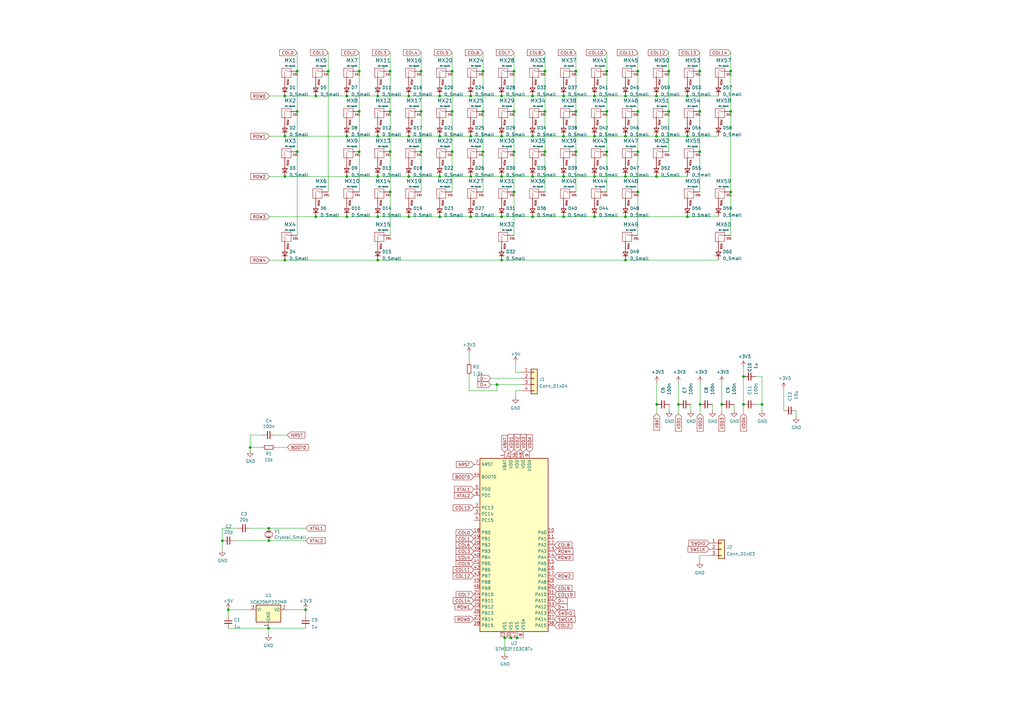
<source format=kicad_sch>
(kicad_sch (version 20211123) (generator eeschema)
  (paper "A3")
  (junction (at 231.14 88.9))
  (junction (at 154.94 39.37))
  (junction (at 210.82 45.72))
  (junction (at 193.04 39.37))
  (junction (at 212.09 261.62))
  (junction (at 243.84 88.9))
  (junction (at 142.24 55.88))
  (junction (at 243.84 72.39))
  (junction (at 218.44 72.39))
  (junction (at 281.94 39.37))
  (junction (at 172.72 29.21))
  (junction (at 134.62 29.21))
  (junction (at 248.92 45.72))
  (junction (at 116.84 55.88))
  (junction (at 193.04 72.39))
  (junction (at 167.64 72.39))
  (junction (at 243.84 39.37))
  (junction (at 287.02 62.23))
  (junction (at 223.52 62.23))
  (junction (at 147.32 29.21))
  (junction (at 299.72 45.72))
  (junction (at 102.616 183.515))
  (junction (at 147.32 45.72))
  (junction (at 236.22 62.23))
  (junction (at 160.02 78.74))
  (junction (at 167.64 88.9))
  (junction (at 243.84 55.88))
  (junction (at 205.74 55.88))
  (junction (at 261.62 29.21))
  (junction (at 185.42 62.23))
  (junction (at 248.92 62.23))
  (junction (at 203.835 157.734))
  (junction (at 223.52 45.72))
  (junction (at 287.02 45.72))
  (junction (at 142.24 72.39))
  (junction (at 269.24 72.39))
  (junction (at 218.44 39.37))
  (junction (at 269.24 55.88))
  (junction (at 167.64 55.88))
  (junction (at 180.34 55.88))
  (junction (at 116.84 39.37))
  (junction (at 110.236 216.662))
  (junction (at 125.349 250.063))
  (junction (at 256.54 106.68))
  (junction (at 269.24 39.37))
  (junction (at 193.04 55.88))
  (junction (at 198.12 62.23))
  (junction (at 287.147 165.862))
  (junction (at 154.94 55.88))
  (junction (at 210.82 78.74))
  (junction (at 296.037 165.862))
  (junction (at 304.927 154.432))
  (junction (at 160.02 62.23))
  (junction (at 261.62 62.23))
  (junction (at 185.42 29.21))
  (junction (at 129.54 39.37))
  (junction (at 110.109 257.683))
  (junction (at 231.14 39.37))
  (junction (at 93.599 250.063))
  (junction (at 261.62 78.74))
  (junction (at 209.55 261.62))
  (junction (at 299.72 29.21))
  (junction (at 160.02 29.21))
  (junction (at 256.54 39.37))
  (junction (at 304.927 165.862))
  (junction (at 160.02 45.72))
  (junction (at 205.74 39.37))
  (junction (at 256.54 88.9))
  (junction (at 231.14 72.39))
  (junction (at 142.24 88.9))
  (junction (at 154.94 72.39))
  (junction (at 261.62 45.72))
  (junction (at 256.54 55.88))
  (junction (at 142.24 39.37))
  (junction (at 236.22 29.21))
  (junction (at 185.42 45.72))
  (junction (at 129.54 88.9))
  (junction (at 116.84 106.68))
  (junction (at 205.74 88.9))
  (junction (at 218.44 55.88))
  (junction (at 91.186 221.742))
  (junction (at 121.92 62.23))
  (junction (at 256.54 72.39))
  (junction (at 278.257 165.862))
  (junction (at 269.367 165.862))
  (junction (at 154.94 88.9))
  (junction (at 218.44 88.9))
  (junction (at 116.84 72.39))
  (junction (at 205.74 106.68))
  (junction (at 147.32 62.23))
  (junction (at 180.34 39.37))
  (junction (at 312.547 165.862))
  (junction (at 121.92 45.72))
  (junction (at 205.74 72.39))
  (junction (at 281.94 55.88))
  (junction (at 180.34 88.9))
  (junction (at 231.14 55.88))
  (junction (at 121.92 29.21))
  (junction (at 193.04 88.9))
  (junction (at 110.236 221.742))
  (junction (at 207.01 261.62))
  (junction (at 299.72 78.74))
  (junction (at 281.94 88.9))
  (junction (at 287.02 29.21))
  (junction (at 210.82 62.23))
  (junction (at 236.22 45.72))
  (junction (at 167.64 39.37))
  (junction (at 172.72 62.23))
  (junction (at 210.82 29.21))
  (junction (at 198.12 29.21))
  (junction (at 223.52 29.21))
  (junction (at 274.32 29.21))
  (junction (at 274.32 45.72))
  (junction (at 248.92 29.21))
  (junction (at 172.72 45.72))
  (junction (at 180.34 72.39))
  (junction (at 198.12 45.72))
  (junction (at 154.94 106.68))
  (wire (pts (xy 142.24 39.37) (xy 154.94 39.37)))
  (wire (pts (xy 180.34 39.37) (xy 193.04 39.37)))
  (wire (pts (xy 198.12 62.23) (xy 198.12 78.74)))
  (wire (pts (xy 142.24 72.39) (xy 154.94 72.39)))
  (wire (pts (xy 167.64 55.88) (xy 180.34 55.88)))
  (wire (pts (xy 281.94 88.9) (xy 294.64 88.9)))
  (wire (pts (xy 218.44 72.39) (xy 231.14 72.39)))
  (wire (pts (xy 223.52 45.72) (xy 223.52 62.23)))
  (wire (pts (xy 125.349 250.063) (xy 125.349 252.603)))
  (wire (pts (xy 292.227 165.862) (xy 292.227 168.402)))
  (wire (pts (xy 321.437 168.402) (xy 321.437 159.512)))
  (wire (pts (xy 248.92 45.72) (xy 248.92 62.23)))
  (wire (pts (xy 301.117 165.862) (xy 301.117 168.402)))
  (wire (pts (xy 154.94 72.39) (xy 167.64 72.39)))
  (wire (pts (xy 167.64 88.9) (xy 180.34 88.9)))
  (wire (pts (xy 193.04 39.37) (xy 205.74 39.37)))
  (wire (pts (xy 243.84 39.37) (xy 256.54 39.37)))
  (wire (pts (xy 218.44 55.88) (xy 231.14 55.88)))
  (wire (pts (xy 154.94 55.88) (xy 167.64 55.88)))
  (wire (pts (xy 248.92 21.59) (xy 248.92 29.21)))
  (wire (pts (xy 107.696 178.435) (xy 102.616 178.435)))
  (wire (pts (xy 281.94 55.88) (xy 294.64 55.88)))
  (wire (pts (xy 112.776 183.515) (xy 117.856 183.515)))
  (wire (pts (xy 203.835 160.274) (xy 192.405 160.274)))
  (wire (pts (xy 210.82 21.59) (xy 210.82 29.21)))
  (wire (pts (xy 192.405 160.274) (xy 192.405 153.924)))
  (wire (pts (xy 110.49 106.68) (xy 116.84 106.68)))
  (wire (pts (xy 207.01 261.62) (xy 207.01 267.97)))
  (wire (pts (xy 110.236 221.742) (xy 96.266 221.742)))
  (wire (pts (xy 236.22 45.72) (xy 236.22 62.23)))
  (wire (pts (xy 110.49 72.39) (xy 116.84 72.39)))
  (wire (pts (xy 243.84 55.88) (xy 256.54 55.88)))
  (wire (pts (xy 243.84 88.9) (xy 256.54 88.9)))
  (wire (pts (xy 287.147 165.862) (xy 287.147 156.972)))
  (wire (pts (xy 201.295 157.734) (xy 203.835 157.734)))
  (wire (pts (xy 274.32 45.72) (xy 274.32 62.23)))
  (wire (pts (xy 256.54 106.68) (xy 294.64 106.68)))
  (wire (pts (xy 102.616 183.515) (xy 102.616 184.785)))
  (wire (pts (xy 147.32 21.59) (xy 147.32 29.21)))
  (wire (pts (xy 93.599 250.063) (xy 93.599 252.603)))
  (wire (pts (xy 231.14 88.9) (xy 243.84 88.9)))
  (wire (pts (xy 256.54 39.37) (xy 269.24 39.37)))
  (wire (pts (xy 116.84 55.88) (xy 142.24 55.88)))
  (wire (pts (xy 205.74 88.9) (xy 218.44 88.9)))
  (wire (pts (xy 304.927 154.432) (xy 304.927 165.862)))
  (wire (pts (xy 192.405 145.034) (xy 192.405 148.844)))
  (wire (pts (xy 287.02 45.72) (xy 287.02 62.23)))
  (wire (pts (xy 283.337 165.862) (xy 283.337 168.402)))
  (wire (pts (xy 93.599 257.683) (xy 110.109 257.683)))
  (wire (pts (xy 261.62 62.23) (xy 261.62 78.74)))
  (wire (pts (xy 261.62 21.59) (xy 261.62 29.21)))
  (wire (pts (xy 261.62 45.72) (xy 261.62 62.23)))
  (wire (pts (xy 110.109 257.683) (xy 110.109 260.223)))
  (wire (pts (xy 210.82 29.21) (xy 210.82 45.72)))
  (wire (pts (xy 211.455 160.274) (xy 213.995 160.274)))
  (wire (pts (xy 203.835 157.734) (xy 203.835 160.274)))
  (wire (pts (xy 160.02 78.74) (xy 160.02 96.52)))
  (wire (pts (xy 160.02 62.23) (xy 160.02 78.74)))
  (wire (pts (xy 209.55 261.62) (xy 212.09 261.62)))
  (wire (pts (xy 201.295 155.194) (xy 213.995 155.194)))
  (wire (pts (xy 91.186 221.742) (xy 91.186 225.552)))
  (wire (pts (xy 172.72 29.21) (xy 172.72 45.72)))
  (wire (pts (xy 299.72 78.74) (xy 299.72 96.52)))
  (wire (pts (xy 287.02 227.838) (xy 287.02 230.378)))
  (wire (pts (xy 154.94 39.37) (xy 167.64 39.37)))
  (wire (pts (xy 142.24 88.9) (xy 154.94 88.9)))
  (wire (pts (xy 147.32 29.21) (xy 147.32 45.72)))
  (wire (pts (xy 205.74 106.68) (xy 256.54 106.68)))
  (wire (pts (xy 147.32 62.23) (xy 147.32 78.74)))
  (wire (pts (xy 110.236 216.662) (xy 125.476 216.662)))
  (wire (pts (xy 299.72 21.59) (xy 299.72 29.21)))
  (wire (pts (xy 129.54 39.37) (xy 142.24 39.37)))
  (wire (pts (xy 142.24 55.88) (xy 154.94 55.88)))
  (wire (pts (xy 287.02 62.23) (xy 287.02 78.74)))
  (wire (pts (xy 167.64 39.37) (xy 180.34 39.37)))
  (wire (pts (xy 269.367 169.672) (xy 269.367 165.862)))
  (wire (pts (xy 256.54 88.9) (xy 281.94 88.9)))
  (wire (pts (xy 116.84 72.39) (xy 142.24 72.39)))
  (wire (pts (xy 210.82 45.72) (xy 210.82 62.23)))
  (wire (pts (xy 304.927 150.622) (xy 304.927 154.432)))
  (wire (pts (xy 93.599 250.063) (xy 102.489 250.063)))
  (wire (pts (xy 198.12 21.59) (xy 198.12 29.21)))
  (wire (pts (xy 218.44 88.9) (xy 231.14 88.9)))
  (wire (pts (xy 269.24 39.37) (xy 281.94 39.37)))
  (wire (pts (xy 269.24 55.88) (xy 281.94 55.88)))
  (wire (pts (xy 160.02 21.59) (xy 160.02 29.21)))
  (wire (pts (xy 274.32 29.21) (xy 274.32 45.72)))
  (wire (pts (xy 231.14 39.37) (xy 243.84 39.37)))
  (wire (pts (xy 121.92 21.59) (xy 121.92 29.21)))
  (wire (pts (xy 180.34 88.9) (xy 193.04 88.9)))
  (wire (pts (xy 91.186 216.662) (xy 91.186 221.742)))
  (wire (pts (xy 269.24 72.39) (xy 281.94 72.39)))
  (wire (pts (xy 236.22 62.23) (xy 236.22 78.74)))
  (wire (pts (xy 299.72 29.21) (xy 299.72 45.72)))
  (wire (pts (xy 110.49 39.37) (xy 116.84 39.37)))
  (wire (pts (xy 121.92 62.23) (xy 121.92 96.52)))
  (wire (pts (xy 116.84 106.68) (xy 154.94 106.68)))
  (wire (pts (xy 121.92 45.72) (xy 121.92 62.23)))
  (wire (pts (xy 287.02 29.21) (xy 287.02 45.72)))
  (wire (pts (xy 172.72 21.59) (xy 172.72 29.21)))
  (wire (pts (xy 312.547 165.862) (xy 312.547 168.402)))
  (wire (pts (xy 172.72 62.23) (xy 172.72 78.74)))
  (wire (pts (xy 110.49 88.9) (xy 129.54 88.9)))
  (wire (pts (xy 205.74 55.88) (xy 218.44 55.88)))
  (wire (pts (xy 210.82 62.23) (xy 210.82 78.74)))
  (wire (pts (xy 296.037 165.862) (xy 296.037 156.972)))
  (wire (pts (xy 198.12 45.72) (xy 198.12 62.23)))
  (wire (pts (xy 198.12 29.21) (xy 198.12 45.72)))
  (wire (pts (xy 180.34 55.88) (xy 193.04 55.88)))
  (wire (pts (xy 299.72 45.72) (xy 299.72 78.74)))
  (wire (pts (xy 210.82 78.74) (xy 210.82 96.52)))
  (wire (pts (xy 261.62 29.21) (xy 261.62 45.72)))
  (wire (pts (xy 312.547 154.432) (xy 312.547 165.862)))
  (wire (pts (xy 167.64 72.39) (xy 180.34 72.39)))
  (wire (pts (xy 134.62 29.21) (xy 134.62 78.74)))
  (wire (pts (xy 212.09 261.62) (xy 214.63 261.62)))
  (wire (pts (xy 185.42 45.72) (xy 185.42 62.23)))
  (wire (pts (xy 211.455 152.654) (xy 213.995 152.654)))
  (wire (pts (xy 223.52 29.21) (xy 223.52 45.72)))
  (wire (pts (xy 147.32 45.72) (xy 147.32 62.23)))
  (wire (pts (xy 185.42 29.21) (xy 185.42 45.72)))
  (wire (pts (xy 211.455 152.654) (xy 211.455 148.844)))
  (wire (pts (xy 256.54 72.39) (xy 269.24 72.39)))
  (wire (pts (xy 185.42 62.23) (xy 185.42 78.74)))
  (wire (pts (xy 269.367 165.862) (xy 269.367 156.972)))
  (wire (pts (xy 116.84 39.37) (xy 129.54 39.37)))
  (wire (pts (xy 326.517 168.402) (xy 326.517 170.942)))
  (wire (pts (xy 172.72 45.72) (xy 172.72 62.23)))
  (wire (pts (xy 110.236 221.742) (xy 125.476 221.742)))
  (wire (pts (xy 248.92 29.21) (xy 248.92 45.72)))
  (wire (pts (xy 102.616 178.435) (xy 102.616 183.515)))
  (wire (pts (xy 193.04 88.9) (xy 205.74 88.9)))
  (wire (pts (xy 278.257 165.862) (xy 278.257 156.972)))
  (wire (pts (xy 310.007 154.432) (xy 312.547 154.432)))
  (wire (pts (xy 274.447 165.862) (xy 274.447 168.402)))
  (wire (pts (xy 281.94 39.37) (xy 294.64 39.37)))
  (wire (pts (xy 223.52 21.59) (xy 223.52 29.21)))
  (wire (pts (xy 107.696 183.515) (xy 102.616 183.515)))
  (wire (pts (xy 261.62 78.74) (xy 261.62 96.52)))
  (wire (pts (xy 236.22 21.59) (xy 236.22 29.21)))
  (wire (pts (xy 278.257 169.672) (xy 278.257 165.862)))
  (wire (pts (xy 231.14 72.39) (xy 243.84 72.39)))
  (wire (pts (xy 121.92 29.21) (xy 121.92 45.72)))
  (wire (pts (xy 290.83 227.838) (xy 287.02 227.838)))
  (wire (pts (xy 243.84 72.39) (xy 256.54 72.39)))
  (wire (pts (xy 160.02 29.21) (xy 160.02 45.72)))
  (wire (pts (xy 193.04 72.39) (xy 205.74 72.39)))
  (wire (pts (xy 180.34 72.39) (xy 193.04 72.39)))
  (wire (pts (xy 287.02 21.59) (xy 287.02 29.21)))
  (wire (pts (xy 193.04 55.88) (xy 205.74 55.88)))
  (wire (pts (xy 129.54 88.9) (xy 142.24 88.9)))
  (wire (pts (xy 231.14 55.88) (xy 243.84 55.88)))
  (wire (pts (xy 205.74 72.39) (xy 218.44 72.39)))
  (wire (pts (xy 110.49 55.88) (xy 116.84 55.88)))
  (wire (pts (xy 205.74 39.37) (xy 218.44 39.37)))
  (wire (pts (xy 117.856 178.435) (xy 112.776 178.435)))
  (wire (pts (xy 218.44 39.37) (xy 231.14 39.37)))
  (wire (pts (xy 185.42 21.59) (xy 185.42 29.21)))
  (wire (pts (xy 236.22 29.21) (xy 236.22 45.72)))
  (wire (pts (xy 211.455 160.274) (xy 211.455 162.814)))
  (wire (pts (xy 223.52 62.23) (xy 223.52 78.74)))
  (wire (pts (xy 110.109 257.683) (xy 125.349 257.683)))
  (wire (pts (xy 310.007 165.862) (xy 312.547 165.862)))
  (wire (pts (xy 207.01 261.62) (xy 209.55 261.62)))
  (wire (pts (xy 274.32 21.59) (xy 274.32 29.21)))
  (wire (pts (xy 248.92 62.23) (xy 248.92 78.74)))
  (wire (pts (xy 154.94 88.9) (xy 167.64 88.9)))
  (wire (pts (xy 117.729 250.063) (xy 125.349 250.063)))
  (wire (pts (xy 154.94 106.68) (xy 205.74 106.68)))
  (wire (pts (xy 256.54 55.88) (xy 269.24 55.88)))
  (wire (pts (xy 134.62 21.59) (xy 134.62 29.21)))
  (wire (pts (xy 110.236 216.662) (xy 102.616 216.662)))
  (wire (pts (xy 203.835 157.734) (xy 213.995 157.734)))
  (wire (pts (xy 97.536 216.662) (xy 91.186 216.662)))
  (wire (pts (xy 304.927 169.672) (xy 304.927 165.862)))
  (wire (pts (xy 296.037 169.672) (xy 296.037 165.862)))
  (wire (pts (xy 160.02 45.72) (xy 160.02 62.23)))
  (wire (pts (xy 287.147 169.672) (xy 287.147 165.862)))
  (global_label "XTAL2" (shape input) (at 125.476 221.742 0) (property "Intersheet References" "${INTERSHEET_REFS}" (effects hide)))
  (global_label "COL11" (shape input) (at 261.62 21.59 180) (property "Intersheet References" "${INTERSHEET_REFS}" (effects hide)))
  (global_label "COL13" (shape input) (at 287.02 21.59 180) (property "Intersheet References" "${INTERSHEET_REFS}" (effects hide)))
  (global_label "ROW1" (shape input) (at 110.49 55.88 180) (property "Intersheet References" "${INTERSHEET_REFS}" (effects hide)))
  (global_label "COL3" (shape input) (at 194.31 226.06 180) (property "Intersheet References" "${INTERSHEET_REFS}" (effects hide)))
  (global_label "COL6" (shape input) (at 194.31 223.52 180) (property "Intersheet References" "${INTERSHEET_REFS}" (effects hide)))
  (global_label "COL9" (shape input) (at 236.22 21.59 180) (property "Intersheet References" "${INTERSHEET_REFS}" (effects hide)))
  (global_label "COL5" (shape input) (at 185.42 21.59 180) (property "Intersheet References" "${INTERSHEET_REFS}" (effects hide)))
  (global_label "D-" (shape input) (at 227.33 246.38 0) (property "Intersheet References" "${INTERSHEET_REFS}" (effects hide)))
  (global_label "COL0" (shape input) (at 194.31 218.44 180) (property "Intersheet References" "${INTERSHEET_REFS}" (effects hide)))
  (global_label "SWDIO" (shape input) (at 290.83 222.758 180) (property "Intersheet References" "${INTERSHEET_REFS}" (effects hide)))
  (global_label "COL4" (shape input) (at 172.72 21.59 180) (property "Intersheet References" "${INTERSHEET_REFS}" (effects hide)))
  (global_label "COL1" (shape input) (at 194.31 220.98 180) (property "Intersheet References" "${INTERSHEET_REFS}" (effects hide)))
  (global_label "SWCLK" (shape input) (at 227.33 254 0) (property "Intersheet References" "${INTERSHEET_REFS}" (effects hide)))
  (global_label "D+" (shape input) (at 201.295 157.734 180) (property "Intersheet References" "${INTERSHEET_REFS}" (effects hide)))
  (global_label "NRST" (shape input) (at 194.31 190.5 180) (property "Intersheet References" "${INTERSHEET_REFS}" (effects hide)))
  (global_label "ROW3" (shape input) (at 227.33 228.6 0) (property "Intersheet References" "${INTERSHEET_REFS}" (effects hide)))
  (global_label "COL12" (shape input) (at 274.32 21.59 180) (property "Intersheet References" "${INTERSHEET_REFS}" (effects hide)))
  (global_label "VDD1" (shape input) (at 209.55 185.42 90) (property "Intersheet References" "${INTERSHEET_REFS}" (effects hide)))
  (global_label "ROW4" (shape input) (at 227.33 226.06 0) (property "Intersheet References" "${INTERSHEET_REFS}" (effects hide)))
  (global_label "COL1" (shape input) (at 134.62 21.59 180) (property "Intersheet References" "${INTERSHEET_REFS}" (effects hide)))
  (global_label "SWDIO" (shape input) (at 227.33 251.46 0) (property "Intersheet References" "${INTERSHEET_REFS}" (effects hide)))
  (global_label "D+" (shape input) (at 227.33 248.92 0) (property "Intersheet References" "${INTERSHEET_REFS}" (effects hide)))
  (global_label "VDDA" (shape input) (at 217.17 185.42 90) (property "Intersheet References" "${INTERSHEET_REFS}" (effects hide)))
  (global_label "COL8" (shape input) (at 227.33 223.52 0) (property "Intersheet References" "${INTERSHEET_REFS}" (effects hide)))
  (global_label "BOOT0" (shape input) (at 194.31 195.58 180) (property "Intersheet References" "${INTERSHEET_REFS}" (effects hide)))
  (global_label "XTAL2" (shape input) (at 194.31 203.2 180) (property "Intersheet References" "${INTERSHEET_REFS}" (effects hide)))
  (global_label "COL6" (shape input) (at 198.12 21.59 180) (property "Intersheet References" "${INTERSHEET_REFS}" (effects hide)))
  (global_label "XTAL1" (shape input) (at 194.31 200.66 180) (property "Intersheet References" "${INTERSHEET_REFS}" (effects hide)))
  (global_label "XTAL1" (shape input) (at 125.476 216.662 0) (property "Intersheet References" "${INTERSHEET_REFS}" (effects hide)))
  (global_label "COL3" (shape input) (at 160.02 21.59 180) (property "Intersheet References" "${INTERSHEET_REFS}" (effects hide)))
  (global_label "ROW1" (shape input) (at 194.31 248.92 180) (property "Intersheet References" "${INTERSHEET_REFS}" (effects hide)))
  (global_label "ROW3" (shape input) (at 110.49 88.9 180) (property "Intersheet References" "${INTERSHEET_REFS}" (effects hide)))
  (global_label "VBAT" (shape input) (at 207.01 185.42 90) (property "Intersheet References" "${INTERSHEET_REFS}" (effects hide)))
  (global_label "COL9" (shape input) (at 227.33 241.3 0) (property "Intersheet References" "${INTERSHEET_REFS}" (effects hide)))
  (global_label "VBAT" (shape input) (at 269.367 169.672 270) (property "Intersheet References" "${INTERSHEET_REFS}" (effects hide)))
  (global_label "COL8" (shape input) (at 223.52 21.59 180) (property "Intersheet References" "${INTERSHEET_REFS}" (effects hide)))
  (global_label "ROW2" (shape input) (at 110.49 72.39 180) (property "Intersheet References" "${INTERSHEET_REFS}" (effects hide)))
  (global_label "D-" (shape input) (at 201.295 155.194 180) (property "Intersheet References" "${INTERSHEET_REFS}" (effects hide)))
  (global_label "VDD3" (shape input) (at 214.63 185.42 90) (property "Intersheet References" "${INTERSHEET_REFS}" (effects hide)))
  (global_label "SWCLK" (shape input) (at 290.83 225.298 180) (property "Intersheet References" "${INTERSHEET_REFS}" (effects hide)))
  (global_label "BOOT0" (shape input) (at 117.856 183.515 0) (property "Intersheet References" "${INTERSHEET_REFS}" (effects hide)))
  (global_label "COL4" (shape input) (at 194.31 228.6 180) (property "Intersheet References" "${INTERSHEET_REFS}" (effects hide)))
  (global_label "VDD3" (shape input) (at 296.037 169.672 270) (property "Intersheet References" "${INTERSHEET_REFS}" (effects hide)))
  (global_label "COL7" (shape input) (at 210.82 21.59 180) (property "Intersheet References" "${INTERSHEET_REFS}" (effects hide)))
  (global_label "NRST" (shape input) (at 117.856 178.435 0) (property "Intersheet References" "${INTERSHEET_REFS}" (effects hide)))
  (global_label "ROW2" (shape input) (at 227.33 236.22 0) (property "Intersheet References" "${INTERSHEET_REFS}" (effects hide)))
  (global_label "ROW4" (shape input) (at 110.49 106.68 180) (property "Intersheet References" "${INTERSHEET_REFS}" (effects hide)))
  (global_label "COL14" (shape input) (at 194.31 246.38 180) (property "Intersheet References" "${INTERSHEET_REFS}" (effects hide)))
  (global_label "COL12" (shape input) (at 194.31 236.22 180) (property "Intersheet References" "${INTERSHEET_REFS}" (effects hide)))
  (global_label "VDD1" (shape input) (at 278.257 169.672 270) (property "Intersheet References" "${INTERSHEET_REFS}" (effects hide)))
  (global_label "COL0" (shape input) (at 121.92 21.59 180) (property "Intersheet References" "${INTERSHEET_REFS}" (effects hide)))
  (global_label "ROW0" (shape input) (at 194.31 254 180) (property "Intersheet References" "${INTERSHEET_REFS}" (effects hide)))
  (global_label "COL5" (shape input) (at 194.31 231.14 180) (property "Intersheet References" "${INTERSHEET_REFS}" (effects hide)))
  (global_label "VDDA" (shape input) (at 304.927 169.672 270) (property "Intersheet References" "${INTERSHEET_REFS}" (effects hide)))
  (global_label "COL13" (shape input) (at 194.31 208.28 180) (property "Intersheet References" "${INTERSHEET_REFS}" (effects hide)))
  (global_label "COL11" (shape input) (at 194.31 233.68 180) (property "Intersheet References" "${INTERSHEET_REFS}" (effects hide)))
  (global_label "ROW0" (shape input) (at 110.49 39.37 180) (property "Intersheet References" "${INTERSHEET_REFS}" (effects hide)))
  (global_label "COL7" (shape input) (at 194.31 243.84 180) (property "Intersheet References" "${INTERSHEET_REFS}" (effects hide)))
  (global_label "VDD2" (shape input) (at 287.147 169.672 270) (property "Intersheet References" "${INTERSHEET_REFS}" (effects hide)))
  (global_label "COL10" (shape input) (at 248.92 21.59 180) (property "Intersheet References" "${INTERSHEET_REFS}" (effects hide)))
  (global_label "COL10" (shape input) (at 227.33 243.84 0) (property "Intersheet References" "${INTERSHEET_REFS}" (effects hide)))
  (global_label "COL2" (shape input) (at 147.32 21.59 180) (property "Intersheet References" "${INTERSHEET_REFS}" (effects hide)))
  (global_label "COL14" (shape input) (at 299.72 21.59 180) (property "Intersheet References" "${INTERSHEET_REFS}" (effects hide)))
  (global_label "COL2" (shape input) (at 227.33 256.54 0) (property "Intersheet References" "${INTERSHEET_REFS}" (effects hide)))
  (global_label "VDD2" (shape input) (at 212.09 185.42 90) (property "Intersheet References" "${INTERSHEET_REFS}" (effects hide)))
  (symbol (lib_id "MCU_ST_STM32F1:STM32F103CBTx") (at 212.09 223.52 0) (unit 1)
    (property "Reference" "U2" (at 210.82 263.8806 0))
    (property "Value" "STM32F103CBTx" (at 210.82 266.192 0))
    (property "Footprint" "Package_QFP:LQFP-48_7x7mm_P0.5mm" (effects hide))
    (property "Datasheet" "http://www.st.com/st-web-ui/static/active/en/resource/technical/document/datasheet/CD00161566.pdf" (effects hide))
    (property "LCSC" "C77979" (effects hide))
  )
  (symbol (lib_id "power:GND") (at 207.01 267.97 0) (unit 1)
    (property "Reference" "#PWR0105" (effects hide))
    (property "Value" "GND" (at 207.137 272.3642 0))
  )
  (symbol (lib_id "Device:Crystal_Small") (at 110.236 219.202 90) (unit 1)
    (property "Reference" "Y1" (at 112.4712 218.0336 90) (effects (justify right)))
    (property "Value" "Crystal_Small" (at 112.4712 220.345 90) (effects (justify right)))
    (property "Footprint" "Crystal:Crystal_SMD_5032-2Pin_5.0x3.2mm" (effects hide))
    (property "LCSC" "C115962" (effects hide))
  )
  (symbol (lib_id "Device:C_Small") (at 100.076 216.662 270) (unit 1)
    (property "Reference" "C3" (at 100.076 210.8454 90))
    (property "Value" "20p" (at 100.076 213.1568 90))
    (property "Footprint" "Capacitor_SMD:C_0603_1608Metric_Pad1.08x0.95mm_HandSolder" (effects hide))
  )
  (symbol (lib_id "Device:C_Small") (at 93.726 221.742 270) (unit 1)
    (property "Reference" "C2" (at 93.726 215.9254 90))
    (property "Value" "20p" (at 93.726 218.2368 90))
    (property "Footprint" "Capacitor_SMD:C_0603_1608Metric_Pad1.08x0.95mm_HandSolder" (effects hide))
  )
  (symbol (lib_id "power:GND") (at 91.186 225.552 0) (unit 1)
    (property "Reference" "#PWR0108" (effects hide))
    (property "Value" "GND" (at 91.313 229.9462 0))
  )
  (symbol (lib_id "Device:C_Small") (at 110.236 178.435 270) (unit 1)
    (property "Reference" "C4" (at 110.236 172.6184 90))
    (property "Value" "100n" (at 110.236 174.9298 90))
    (property "Footprint" "Capacitor_SMD:C_0603_1608Metric_Pad1.08x0.95mm_HandSolder" (effects hide))
  )
  (symbol (lib_id "Device:R_Small") (at 110.236 183.515 90) (unit 1)
    (property "Reference" "R1" (at 110.236 186.055 90))
    (property "Value" "10k" (at 110.236 188.595 90))
    (property "Footprint" "Resistor_SMD:R_0603_1608Metric_Pad0.98x0.95mm_HandSolder" (effects hide))
  )
  (symbol (lib_id "power:GND") (at 102.616 184.785 0) (unit 1)
    (property "Reference" "#PWR0109" (effects hide))
    (property "Value" "GND" (at 102.743 189.1792 0))
  )
  (symbol (lib_id "power:GND") (at 326.517 170.942 0) (unit 1)
    (property "Reference" "#PWR0115" (effects hide))
    (property "Value" "GND" (at 326.644 175.3362 0))
  )
  (symbol (lib_id "power:+3.3V") (at 304.927 150.622 0) (unit 1)
    (property "Reference" "#PWR0122" (effects hide))
    (property "Value" "+3.3V" (at 305.308 146.2278 0))
  )
  (symbol (lib_id "power:+3.3V") (at 287.147 156.972 0) (unit 1)
    (property "Reference" "#PWR0121" (effects hide))
    (property "Value" "+3.3V" (at 287.528 152.5778 0))
  )
  (symbol (lib_id "MX_Alps_Hybrid:MX-NoLED") (at 181.61 63.5 0) (unit 1)
    (property "Reference" "MX22" (at 182.4956 57.8065 0) (effects (font (size 1.524 1.524))))
    (property "Value" "MX-NoLED" (at 182.4956 60.0771 0) (effects (font (size 0.508 0.508))))
    (property "Footprint" "MX_Only:MXOnly-1U-NoLED" (effects hide))
  )
  (symbol (lib_id "MX_Alps_Hybrid:MX-NoLED") (at 130.81 80.01 0) (unit 1)
    (property "Reference" "MX6" (at 131.6956 74.3165 0) (effects (font (size 1.524 1.524))))
    (property "Value" "MX-NoLED" (at 131.6956 76.5871 0) (effects (font (size 0.508 0.508))))
    (property "Footprint" "MX_Only:MXOnly-2.25U-ReversedStabilizers-NoLED" (effects hide))
  )
  (symbol (lib_id "MX_Alps_Hybrid:MX-NoLED") (at 143.51 80.01 0) (unit 1)
    (property "Reference" "MX10" (at 144.3956 74.3165 0) (effects (font (size 1.524 1.524))))
    (property "Value" "MX-NoLED" (at 144.3956 76.5871 0) (effects (font (size 0.508 0.508))))
    (property "Footprint" "MX_Only:MXOnly-1U-NoLED" (effects hide))
  )
  (symbol (lib_id "Device:D_Small") (at 231.14 69.85 90) (unit 1)
    (property "Reference" "D39" (at 232.918 68.9415 90) (effects (justify right)))
    (property "Value" "D_Small" (at 232.918 71.7166 90) (effects (justify right)))
    (property "Footprint" "Diode_SMD:D_SOD-123F" (effects hide))
  )
  (symbol (lib_id "Device:D_Small") (at 180.34 86.36 90) (unit 1)
    (property "Reference" "D23" (at 182.118 85.4515 90) (effects (justify right)))
    (property "Value" "D_Small" (at 182.118 88.2266 90) (effects (justify right)))
    (property "Footprint" "Diode_SMD:D_SOD-123F" (effects hide))
  )
  (symbol (lib_id "Device:D_Small") (at 243.84 36.83 90) (unit 1)
    (property "Reference" "D41" (at 245.618 35.9215 90) (effects (justify right)))
    (property "Value" "D_Small" (at 245.618 38.6966 90) (effects (justify right)))
    (property "Footprint" "Diode_SMD:D_SOD-123F" (effects hide))
  )
  (symbol (lib_id "Device:D_Small") (at 218.44 53.34 90) (unit 1)
    (property "Reference" "D34" (at 220.218 52.4315 90) (effects (justify right)))
    (property "Value" "D_Small" (at 220.218 55.2066 90) (effects (justify right)))
    (property "Footprint" "Diode_SMD:D_SOD-123F" (effects hide))
  )
  (symbol (lib_id "Device:D_Small") (at 154.94 104.14 90) (unit 1)
    (property "Reference" "D15" (at 156.718 103.2315 90) (effects (justify right)))
    (property "Value" "D_Small" (at 156.718 106.0066 90) (effects (justify right)))
    (property "Footprint" "Diode_SMD:D_SOD-123F" (effects hide))
  )
  (symbol (lib_id "Device:D_Small") (at 180.34 53.34 90) (unit 1)
    (property "Reference" "D21" (at 182.118 52.4315 90) (effects (justify right)))
    (property "Value" "D_Small" (at 182.118 55.2066 90) (effects (justify right)))
    (property "Footprint" "Diode_SMD:D_SOD-123F" (effects hide))
  )
  (symbol (lib_id "power:+3.3V") (at 192.405 145.034 0) (unit 1)
    (property "Reference" "#PWR0102" (effects hide))
    (property "Value" "+3.3V" (at 192.405 141.4295 0))
  )
  (symbol (lib_id "Device:D_Small") (at 294.64 104.14 90) (unit 1)
    (property "Reference" "D60" (at 296.418 103.2315 90) (effects (justify right)))
    (property "Value" "D_Small" (at 296.418 106.0066 90) (effects (justify right)))
    (property "Footprint" "Diode_SMD:D_SOD-123F" (effects hide))
  )
  (symbol (lib_id "MX_Alps_Hybrid:MX-NoLED") (at 295.91 80.01 0) (unit 1)
    (property "Reference" "MX59" (at 296.7956 74.3165 0) (effects (font (size 1.524 1.524))))
    (property "Value" "MX-NoLED" (at 296.7956 76.5871 0) (effects (font (size 0.508 0.508))))
    (property "Footprint" "MX_Only:MXOnly-1U-NoLED" (effects hide))
  )
  (symbol (lib_id "MX_Alps_Hybrid:MX-NoLED") (at 232.41 30.48 0) (unit 1)
    (property "Reference" "MX37" (at 233.2956 24.7865 0) (effects (font (size 1.524 1.524))))
    (property "Value" "MX-NoLED" (at 233.2956 27.0571 0) (effects (font (size 0.508 0.508))))
    (property "Footprint" "MX_Only:MXOnly-1U-NoLED" (effects hide))
  )
  (symbol (lib_id "Device:D_Small") (at 129.54 86.36 270) (mirror x) (unit 1)
    (property "Reference" "D6" (at 131.318 85.4515 90) (effects (justify left)))
    (property "Value" "D_Small" (at 131.318 88.2266 90) (effects (justify left)))
    (property "Footprint" "Diode_SMD:D_SOD-123F" (effects hide))
  )
  (symbol (lib_id "MX_Alps_Hybrid:MX-NoLED") (at 219.71 80.01 0) (unit 1)
    (property "Reference" "MX36" (at 220.5956 74.3165 0) (effects (font (size 1.524 1.524))))
    (property "Value" "MX-NoLED" (at 220.5956 76.5871 0) (effects (font (size 0.508 0.508))))
    (property "Footprint" "MX_Only:MXOnly-1U-NoLED" (effects hide))
  )
  (symbol (lib_id "power:GND") (at 211.455 162.814 0) (unit 1)
    (property "Reference" "#PWR0103" (effects hide))
    (property "Value" "GND" (at 211.455 167.3765 0))
  )
  (symbol (lib_id "Device:D_Small") (at 256.54 69.85 90) (unit 1)
    (property "Reference" "D47" (at 258.318 68.9415 90) (effects (justify right)))
    (property "Value" "D_Small" (at 258.318 71.7166 90) (effects (justify right)))
    (property "Footprint" "Diode_SMD:D_SOD-123F" (effects hide))
  )
  (symbol (lib_id "Device:D_Small") (at 205.74 104.14 90) (unit 1)
    (property "Reference" "D32" (at 207.518 103.2315 90) (effects (justify right)))
    (property "Value" "D_Small" (at 207.518 106.0066 90) (effects (justify right)))
    (property "Footprint" "Diode_SMD:D_SOD-123F" (effects hide))
  )
  (symbol (lib_id "MX_Alps_Hybrid:MX-NoLED") (at 245.11 80.01 0) (unit 1)
    (property "Reference" "MX44" (at 245.9956 74.3165 0) (effects (font (size 1.524 1.524))))
    (property "Value" "MX-NoLED" (at 245.9956 76.5871 0) (effects (font (size 0.508 0.508))))
    (property "Footprint" "MX_Only:MXOnly-1U-NoLED" (effects hide))
  )
  (symbol (lib_id "Device:D_Small") (at 294.64 86.36 90) (unit 1)
    (property "Reference" "D59" (at 296.418 85.4515 90) (effects (justify right)))
    (property "Value" "D_Small" (at 296.418 88.2266 90) (effects (justify right)))
    (property "Footprint" "Diode_SMD:D_SOD-123F" (effects hide))
  )
  (symbol (lib_id "Device:D_Small") (at 154.94 53.34 90) (unit 1)
    (property "Reference" "D12" (at 156.718 52.4315 90) (effects (justify right)))
    (property "Value" "D_Small" (at 156.718 55.2066 90) (effects (justify right)))
    (property "Footprint" "Diode_SMD:D_SOD-123F" (effects hide))
  )
  (symbol (lib_id "Connector_Generic:Conn_01x04") (at 219.075 155.194 0) (unit 1)
    (property "Reference" "J1" (at 221.107 155.5555 0) (effects (justify left)))
    (property "Value" "Conn_01x04" (at 221.107 158.3306 0) (effects (justify left)))
    (property "Footprint" "Connector_JST:JST_SH_SM04B-SRSS-TB_1x04-1MP_P1.00mm_Horizontal" (effects hide))
  )
  (symbol (lib_id "Device:D_Small") (at 154.94 36.83 90) (unit 1)
    (property "Reference" "D11" (at 156.718 35.9215 90) (effects (justify right)))
    (property "Value" "D_Small" (at 156.718 38.6966 90) (effects (justify right)))
    (property "Footprint" "Diode_SMD:D_SOD-123F" (effects hide))
  )
  (symbol (lib_id "MX_Alps_Hybrid:MX-NoLED") (at 257.81 30.48 0) (unit 1)
    (property "Reference" "MX45" (at 258.6956 24.7865 0) (effects (font (size 1.524 1.524))))
    (property "Value" "MX-NoLED" (at 258.6956 27.0571 0) (effects (font (size 0.508 0.508))))
    (property "Footprint" "MX_Only:MXOnly-1U-NoLED" (effects hide))
  )
  (symbol (lib_id "MX_Alps_Hybrid:MX-NoLED") (at 118.11 30.48 0) (unit 1)
    (property "Reference" "MX1" (at 118.9956 24.7865 0) (effects (font (size 1.524 1.524))))
    (property "Value" "MX-NoLED" (at 118.9956 27.0571 0) (effects (font (size 0.508 0.508))))
    (property "Footprint" "MX_Only:MXOnly-1U-NoLED" (effects hide))
  )
  (symbol (lib_id "Device:C_Small") (at 271.907 165.862 270) (unit 1)
    (property "Reference" "C6" (at 271.907 160.0454 0))
    (property "Value" "100n" (at 274.447 159.512 0))
    (property "Footprint" "Capacitor_SMD:C_0603_1608Metric_Pad1.08x0.95mm_HandSolder" (effects hide))
  )
  (symbol (lib_id "Device:D_Small") (at 294.64 36.83 90) (unit 1)
    (property "Reference" "D57" (at 296.418 35.9215 90) (effects (justify right)))
    (property "Value" "D_Small" (at 296.418 38.6966 90) (effects (justify right)))
    (property "Footprint" "Diode_SMD:D_SOD-123F" (effects hide))
  )
  (symbol (lib_id "Device:D_Small") (at 281.94 36.83 90) (unit 1)
    (property "Reference" "D53" (at 283.718 35.9215 90) (effects (justify right)))
    (property "Value" "D_Small" (at 283.718 38.6966 90) (effects (justify right)))
    (property "Footprint" "Diode_SMD:D_SOD-123F" (effects hide))
  )
  (symbol (lib_id "Device:D_Small") (at 243.84 69.85 90) (unit 1)
    (property "Reference" "D43" (at 245.618 68.9415 90) (effects (justify right)))
    (property "Value" "D_Small" (at 245.618 71.7166 90) (effects (justify right)))
    (property "Footprint" "Diode_SMD:D_SOD-123F" (effects hide))
  )
  (symbol (lib_id "Device:D_Small") (at 269.24 36.83 90) (unit 1)
    (property "Reference" "D50" (at 271.018 35.9215 90) (effects (justify right)))
    (property "Value" "D_Small" (at 271.018 38.6966 90) (effects (justify right)))
    (property "Footprint" "Diode_SMD:D_SOD-123F" (effects hide))
  )
  (symbol (lib_id "MX_Alps_Hybrid:MX-NoLED") (at 245.11 63.5 0) (unit 1)
    (property "Reference" "MX43" (at 245.9956 57.8065 0) (effects (font (size 1.524 1.524))))
    (property "Value" "MX-NoLED" (at 245.9956 60.0771 0) (effects (font (size 0.508 0.508))))
    (property "Footprint" "MX_Only:MXOnly-1U-NoLED" (effects hide))
  )
  (symbol (lib_id "MX_Alps_Hybrid:MX-NoLED") (at 118.11 63.5 0) (unit 1)
    (property "Reference" "MX3" (at 118.9956 57.8065 0) (effects (font (size 1.524 1.524))))
    (property "Value" "MX-NoLED" (at 118.9956 60.0771 0) (effects (font (size 0.508 0.508))))
    (property "Footprint" "MX_Only:MXOnly-1.75U-NoLED" (effects hide))
  )
  (symbol (lib_id "MX_Alps_Hybrid:MX-NoLED") (at 295.91 46.99 0) (unit 1)
    (property "Reference" "MX58" (at 296.7956 41.2965 0) (effects (font (size 1.524 1.524))))
    (property "Value" "MX-NoLED" (at 296.7956 43.5671 0) (effects (font (size 0.508 0.508))))
    (property "Footprint" "MX_Only:MXOnly-1.5U-NoLED" (effects hide))
  )
  (symbol (lib_id "MX_Alps_Hybrid:MX-NoLED") (at 270.51 30.48 0) (unit 1)
    (property "Reference" "MX50" (at 271.3956 24.7865 0) (effects (font (size 1.524 1.524))))
    (property "Value" "MX-NoLED" (at 271.3956 27.0571 0) (effects (font (size 0.508 0.508))))
    (property "Footprint" "MX_Only:MXOnly-1U-NoLED" (effects hide))
  )
  (symbol (lib_id "MX_Alps_Hybrid:MX-NoLED") (at 156.21 30.48 0) (unit 1)
    (property "Reference" "MX11" (at 157.0956 24.7865 0) (effects (font (size 1.524 1.524))))
    (property "Value" "MX-NoLED" (at 157.0956 27.0571 0) (effects (font (size 0.508 0.508))))
    (property "Footprint" "MX_Only:MXOnly-1U-NoLED" (effects hide))
  )
  (symbol (lib_id "Device:D_Small") (at 256.54 86.36 90) (unit 1)
    (property "Reference" "D48" (at 258.318 85.4515 90) (effects (justify right)))
    (property "Value" "D_Small" (at 258.318 88.2266 90) (effects (justify right)))
    (property "Footprint" "Diode_SMD:D_SOD-123F" (effects hide))
  )
  (symbol (lib_id "MX_Alps_Hybrid:MX-NoLED") (at 283.21 46.99 0) (unit 1)
    (property "Reference" "MX54" (at 284.0956 41.2965 0) (effects (font (size 1.524 1.524))))
    (property "Value" "MX-NoLED" (at 284.0956 43.5671 0) (effects (font (size 0.508 0.508))))
    (property "Footprint" "MX_Only:MXOnly-1U-NoLED" (effects hide))
  )
  (symbol (lib_id "Device:D_Small") (at 129.54 36.83 90) (unit 1)
    (property "Reference" "D5" (at 131.318 35.9215 90) (effects (justify right)))
    (property "Value" "D_Small" (at 131.318 38.6966 90) (effects (justify right)))
    (property "Footprint" "Diode_SMD:D_SOD-123F" (effects hide))
  )
  (symbol (lib_id "MX_Alps_Hybrid:MX-NoLED") (at 143.51 63.5 0) (unit 1)
    (property "Reference" "MX9" (at 144.3956 57.8065 0) (effects (font (size 1.524 1.524))))
    (property "Value" "MX-NoLED" (at 144.3956 60.0771 0) (effects (font (size 0.508 0.508))))
    (property "Footprint" "MX_Only:MXOnly-1U-NoLED" (effects hide))
  )
  (symbol (lib_id "MX_Alps_Hybrid:MX-NoLED") (at 181.61 30.48 0) (unit 1)
    (property "Reference" "MX20" (at 182.4956 24.7865 0) (effects (font (size 1.524 1.524))))
    (property "Value" "MX-NoLED" (at 182.4956 27.0571 0) (effects (font (size 0.508 0.508))))
    (property "Footprint" "MX_Only:MXOnly-1U-NoLED" (effects hide))
  )
  (symbol (lib_id "Device:D_Small") (at 116.84 53.34 90) (unit 1)
    (property "Reference" "D2" (at 118.618 52.4315 90) (effects (justify right)))
    (property "Value" "D_Small" (at 118.618 55.2066 90) (effects (justify right)))
    (property "Footprint" "Diode_SMD:D_SOD-123F" (effects hide))
  )
  (symbol (lib_id "Device:C_Small") (at 289.687 165.862 270) (unit 1)
    (property "Reference" "C8" (at 289.687 160.0454 0))
    (property "Value" "100n" (at 292.227 159.512 0))
    (property "Footprint" "Capacitor_SMD:C_0603_1608Metric_Pad1.08x0.95mm_HandSolder" (effects hide))
  )
  (symbol (lib_id "power:GND") (at 274.447 168.402 0) (unit 1)
    (property "Reference" "#PWR0112" (effects hide))
    (property "Value" "GND" (at 274.574 172.7962 0))
  )
  (symbol (lib_id "power:+3.3V") (at 321.437 159.512 0) (unit 1)
    (property "Reference" "#PWR0114" (effects hide))
    (property "Value" "+3.3V" (at 321.818 155.1178 0))
  )
  (symbol (lib_id "power:+3.3V") (at 125.349 250.063 0) (unit 1)
    (property "Reference" "#PWR0106" (effects hide))
    (property "Value" "+3.3V" (at 125.349 246.4585 0))
  )
  (symbol (lib_id "Connector_Generic:Conn_01x03") (at 295.91 225.298 0) (unit 1)
    (property "Reference" "J2" (at 297.942 224.3895 0) (effects (justify left)))
    (property "Value" "Conn_01x03" (at 297.942 227.1646 0) (effects (justify left)))
    (property "Footprint" "Connector_PinHeader_2.54mm:PinHeader_1x03_P2.54mm_Vertical" (effects hide))
  )
  (symbol (lib_id "MX_Alps_Hybrid:MX-NoLED") (at 219.71 46.99 0) (unit 1)
    (property "Reference" "MX34" (at 220.5956 41.2965 0) (effects (font (size 1.524 1.524))))
    (property "Value" "MX-NoLED" (at 220.5956 43.5671 0) (effects (font (size 0.508 0.508))))
    (property "Footprint" "MX_Only:MXOnly-1U-NoLED" (effects hide))
  )
  (symbol (lib_id "MX_Alps_Hybrid:MX-NoLED") (at 207.01 46.99 0) (unit 1)
    (property "Reference" "MX29" (at 207.8956 41.2965 0) (effects (font (size 1.524 1.524))))
    (property "Value" "MX-NoLED" (at 207.8956 43.5671 0) (effects (font (size 0.508 0.508))))
    (property "Footprint" "MX_Only:MXOnly-1U-NoLED" (effects hide))
  )
  (symbol (lib_id "Device:D_Small") (at 142.24 69.85 90) (unit 1)
    (property "Reference" "D9" (at 144.018 68.9415 90) (effects (justify right)))
    (property "Value" "D_Small" (at 144.018 71.7166 90) (effects (justify right)))
    (property "Footprint" "Diode_SMD:D_SOD-123F" (effects hide))
  )
  (symbol (lib_id "Device:D_Small") (at 116.84 36.83 90) (unit 1)
    (property "Reference" "D1" (at 118.618 35.9215 90) (effects (justify right)))
    (property "Value" "D_Small" (at 118.618 38.6966 90) (effects (justify right)))
    (property "Footprint" "Diode_SMD:D_SOD-123F" (effects hide))
  )
  (symbol (lib_id "power:GND") (at 292.227 168.402 0) (unit 1)
    (property "Reference" "#PWR0117" (effects hide))
    (property "Value" "GND" (at 292.354 172.7962 0))
  )
  (symbol (lib_id "Device:D_Small") (at 193.04 69.85 90) (unit 1)
    (property "Reference" "D26" (at 194.818 68.9415 90) (effects (justify right)))
    (property "Value" "D_Small" (at 194.818 71.7166 90) (effects (justify right)))
    (property "Footprint" "Diode_SMD:D_SOD-123F" (effects hide))
  )
  (symbol (lib_id "Device:D_Small") (at 167.64 69.85 90) (unit 1)
    (property "Reference" "D18" (at 169.418 68.9415 90) (effects (justify right)))
    (property "Value" "D_Small" (at 169.418 71.7166 90) (effects (justify right)))
    (property "Footprint" "Diode_SMD:D_SOD-123F" (effects hide))
  )
  (symbol (lib_id "Device:D_Small") (at 180.34 36.83 90) (unit 1)
    (property "Reference" "D20" (at 182.118 35.9215 90) (effects (justify right)))
    (property "Value" "D_Small" (at 182.118 38.6966 90) (effects (justify right)))
    (property "Footprint" "Diode_SMD:D_SOD-123F" (effects hide))
  )
  (symbol (lib_id "MX_Alps_Hybrid:MX-NoLED") (at 232.41 46.99 0) (unit 1)
    (property "Reference" "MX38" (at 233.2956 41.2965 0) (effects (font (size 1.524 1.524))))
    (property "Value" "MX-NoLED" (at 233.2956 43.5671 0) (effects (font (size 0.508 0.508))))
    (property "Footprint" "MX_Only:MXOnly-1U-NoLED" (effects hide))
  )
  (symbol (lib_id "Device:R_Small") (at 192.405 151.384 0) (unit 1)
    (property "Reference" "R2" (at 193.9036 150.4755 0) (effects (justify left)))
    (property "Value" "1.5k" (at 193.9036 153.2506 0) (effects (justify left)))
    (property "Footprint" "Resistor_SMD:R_0603_1608Metric_Pad0.98x0.95mm_HandSolder" (effects hide))
  )
  (symbol (lib_id "MX_Alps_Hybrid:MX-NoLED") (at 181.61 80.01 0) (unit 1)
    (property "Reference" "MX23" (at 182.4956 74.3165 0) (effects (font (size 1.524 1.524))))
    (property "Value" "MX-NoLED" (at 182.4956 76.5871 0) (effects (font (size 0.508 0.508))))
    (property "Footprint" "MX_Only:MXOnly-1U-NoLED" (effects hide))
  )
  (symbol (lib_id "MX_Alps_Hybrid:MX-NoLED") (at 207.01 80.01 0) (unit 1)
    (property "Reference" "MX31" (at 207.8956 74.3165 0) (effects (font (size 1.524 1.524))))
    (property "Value" "MX-NoLED" (at 207.8956 76.5871 0) (effects (font (size 0.508 0.508))))
    (property "Footprint" "MX_Only:MXOnly-1U-NoLED" (effects hide))
  )
  (symbol (lib_id "MX_Alps_Hybrid:MX-NoLED") (at 257.81 46.99 0) (unit 1)
    (property "Reference" "MX46" (at 258.6956 41.2965 0) (effects (font (size 1.524 1.524))))
    (property "Value" "MX-NoLED" (at 258.6956 43.5671 0) (effects (font (size 0.508 0.508))))
    (property "Footprint" "MX_Only:MXOnly-1U-NoLED" (effects hide))
  )
  (symbol (lib_id "power:+3.3V") (at 269.367 156.972 0) (unit 1)
    (property "Reference" "#PWR0118" (effects hide))
    (property "Value" "+3.3V" (at 269.748 152.5778 0))
  )
  (symbol (lib_id "Regulator_Linear:XC6206PxxxMR") (at 110.109 250.063 0) (unit 1)
    (property "Reference" "U1" (at 110.109 244.1915 0))
    (property "Value" "XC6206P332MR" (at 110.109 246.9666 0))
    (property "Footprint" "Package_TO_SOT_SMD:SOT-23" (effects hide))
    (property "Datasheet" "https://www.torexsemi.com/file/xc6206/XC6206.pdf" (effects hide))
  )
  (symbol (lib_id "MX_Alps_Hybrid:MX-NoLED") (at 283.21 63.5 0) (unit 1)
    (property "Reference" "MX55" (at 284.0956 57.8065 0) (effects (font (size 1.524 1.524))))
    (property "Value" "MX-NoLED" (at 284.0956 60.0771 0) (effects (font (size 0.508 0.508))))
    (property "Footprint" "MX_Only:MXOnly-2.25U-NoLED" (effects hide))
  )
  (symbol (lib_id "Device:D_Small") (at 205.74 53.34 90) (unit 1)
    (property "Reference" "D29" (at 207.518 52.4315 90) (effects (justify right)))
    (property "Value" "D_Small" (at 207.518 55.2066 90) (effects (justify right)))
    (property "Footprint" "Diode_SMD:D_SOD-123F" (effects hide))
  )
  (symbol (lib_id "Device:D_Small") (at 205.74 69.85 90) (unit 1)
    (property "Reference" "D30" (at 207.518 68.9415 90) (effects (justify right)))
    (property "Value" "D_Small" (at 207.518 71.7166 90) (effects (justify right)))
    (property "Footprint" "Diode_SMD:D_SOD-123F" (effects hide))
  )
  (symbol (lib_id "Device:C_Small") (at 307.467 154.432 270) (unit 1)
    (property "Reference" "C10" (at 307.467 150.622 0))
    (property "Value" "1u" (at 310.007 150.0886 0))
    (property "Footprint" "Capacitor_SMD:C_0603_1608Metric_Pad1.08x0.95mm_HandSolder" (effects hide))
  )
  (symbol (lib_id "Device:D_Small") (at 154.94 86.36 90) (unit 1)
    (property "Reference" "D14" (at 156.718 85.4515 90) (effects (justify right)))
    (property "Value" "D_Small" (at 156.718 88.2266 90) (effects (justify right)))
    (property "Footprint" "Diode_SMD:D_SOD-123F" (effects hide))
  )
  (symbol (lib_id "MX_Alps_Hybrid:MX-NoLED") (at 181.61 46.99 0) (unit 1)
    (property "Reference" "MX21" (at 182.4956 41.2965 0) (effects (font (size 1.524 1.524))))
    (property "Value" "MX-NoLED" (at 182.4956 43.5671 0) (effects (font (size 0.508 0.508))))
    (property "Footprint" "MX_Only:MXOnly-1U-NoLED" (effects hide))
  )
  (symbol (lib_id "Device:D_Small") (at 167.64 53.34 90) (unit 1)
    (property "Reference" "D17" (at 169.418 52.4315 90) (effects (justify right)))
    (property "Value" "D_Small" (at 169.418 55.2066 90) (effects (justify right)))
    (property "Footprint" "Diode_SMD:D_SOD-123F" (effects hide))
  )
  (symbol (lib_id "Device:D_Small") (at 167.64 36.83 90) (unit 1)
    (property "Reference" "D16" (at 169.418 35.9215 90) (effects (justify right)))
    (property "Value" "D_Small" (at 169.418 38.6966 90) (effects (justify right)))
    (property "Footprint" "Diode_SMD:D_SOD-123F" (effects hide))
  )
  (symbol (lib_id "MX_Alps_Hybrid:MX-NoLED") (at 156.21 63.5 0) (unit 1)
    (property "Reference" "MX13" (at 157.0956 57.8065 0) (effects (font (size 1.524 1.524))))
    (property "Value" "MX-NoLED" (at 157.0956 60.0771 0) (effects (font (size 0.508 0.508))))
    (property "Footprint" "MX_Only:MXOnly-1U-NoLED" (effects hide))
  )
  (symbol (lib_id "MX_Alps_Hybrid:MX-NoLED") (at 168.91 63.5 0) (unit 1)
    (property "Reference" "MX18" (at 169.7956 57.8065 0) (effects (font (size 1.524 1.524))))
    (property "Value" "MX-NoLED" (at 169.7956 60.0771 0) (effects (font (size 0.508 0.508))))
    (property "Footprint" "MX_Only:MXOnly-1U-NoLED" (effects hide))
  )
  (symbol (lib_id "MX_Alps_Hybrid:MX-NoLED") (at 257.81 80.01 0) (unit 1)
    (property "Reference" "MX48" (at 258.6956 74.3165 0) (effects (font (size 1.524 1.524))))
    (property "Value" "MX-NoLED" (at 258.6956 76.5871 0) (effects (font (size 0.508 0.508))))
    (property "Footprint" "MX_Only:MXOnly-1U-NoLED" (effects hide))
  )
  (symbol (lib_id "MX_Alps_Hybrid:MX-NoLED") (at 118.11 97.79 0) (unit 1)
    (property "Reference" "MX4" (at 118.9956 92.0965 0) (effects (font (size 1.524 1.524))))
    (property "Value" "MX-NoLED" (at 118.9956 94.3671 0) (effects (font (size 0.508 0.508))))
    (property "Footprint" "MX_Only:MXOnly-1.5U-NoLED" (effects hide))
  )
  (symbol (lib_id "Device:D_Small") (at 231.14 53.34 90) (unit 1)
    (property "Reference" "D38" (at 232.918 52.4315 90) (effects (justify right)))
    (property "Value" "D_Small" (at 232.918 55.2066 90) (effects (justify right)))
    (property "Footprint" "Diode_SMD:D_SOD-123F" (effects hide))
  )
  (symbol (lib_id "MX_Alps_Hybrid:MX-NoLED") (at 219.71 63.5 0) (unit 1)
    (property "Reference" "MX35" (at 220.5956 57.8065 0) (effects (font (size 1.524 1.524))))
    (property "Value" "MX-NoLED" (at 220.5956 60.0771 0) (effects (font (size 0.508 0.508))))
    (property "Footprint" "MX_Only:MXOnly-1U-NoLED" (effects hide))
  )
  (symbol (lib_id "Device:D_Small") (at 193.04 53.34 90) (unit 1)
    (property "Reference" "D25" (at 194.818 52.4315 90) (effects (justify right)))
    (property "Value" "D_Small" (at 194.818 55.2066 90) (effects (justify right)))
    (property "Footprint" "Diode_SMD:D_SOD-123F" (effects hide))
  )
  (symbol (lib_id "Device:C_Small") (at 307.467 165.862 270) (unit 1)
    (property "Reference" "C11" (at 307.467 160.0454 0))
    (property "Value" "100n" (at 310.007 159.512 0))
    (property "Footprint" "Capacitor_SMD:C_0603_1608Metric_Pad1.08x0.95mm_HandSolder" (effects hide))
  )
  (symbol (lib_id "power:GND") (at 287.02 230.378 0) (unit 1)
    (property "Reference" "#PWR0113" (effects hide))
    (property "Value" "GND" (at 287.02 234.9405 0))
  )
  (symbol (lib_id "MX_Alps_Hybrid:MX-NoLED") (at 156.21 80.01 0) (unit 1)
    (property "Reference" "MX14" (at 157.0956 74.3165 0) (effects (font (size 1.524 1.524))))
    (property "Value" "MX-NoLED" (at 157.0956 76.5871 0) (effects (font (size 0.508 0.508))))
    (property "Footprint" "MX_Only:MXOnly-1U-NoLED" (effects hide))
  )
  (symbol (lib_id "MX_Alps_Hybrid:MX-NoLED") (at 219.71 30.48 0) (unit 1)
    (property "Reference" "MX33" (at 220.5956 24.7865 0) (effects (font (size 1.524 1.524))))
    (property "Value" "MX-NoLED" (at 220.5956 27.0571 0) (effects (font (size 0.508 0.508))))
    (property "Footprint" "MX_Only:MXOnly-1U-NoLED" (effects hide))
  )
  (symbol (lib_id "MX_Alps_Hybrid:MX-NoLED") (at 257.81 63.5 0) (unit 1)
    (property "Reference" "MX47" (at 258.6956 57.8065 0) (effects (font (size 1.524 1.524))))
    (property "Value" "MX-NoLED" (at 258.6956 60.0771 0) (effects (font (size 0.508 0.508))))
    (property "Footprint" "MX_Only:MXOnly-1U-NoLED" (effects hide))
  )
  (symbol (lib_id "MX_Alps_Hybrid:MX-NoLED") (at 194.31 80.01 0) (unit 1)
    (property "Reference" "MX27" (at 195.1956 74.3165 0) (effects (font (size 1.524 1.524))))
    (property "Value" "MX-NoLED" (at 195.1956 76.5871 0) (effects (font (size 0.508 0.508))))
    (property "Footprint" "MX_Only:MXOnly-1U-NoLED" (effects hide))
  )
  (symbol (lib_id "MX_Alps_Hybrid:MX-NoLED") (at 245.11 30.48 0) (unit 1)
    (property "Reference" "MX41" (at 245.9956 24.7865 0) (effects (font (size 1.524 1.524))))
    (property "Value" "MX-NoLED" (at 245.9956 27.0571 0) (effects (font (size 0.508 0.508))))
    (property "Footprint" "MX_Only:MXOnly-1U-NoLED" (effects hide))
  )
  (symbol (lib_id "Device:D_Small") (at 205.74 36.83 90) (unit 1)
    (property "Reference" "D28" (at 207.518 35.9215 90) (effects (justify right)))
    (property "Value" "D_Small" (at 207.518 38.6966 90) (effects (justify right)))
    (property "Footprint" "Diode_SMD:D_SOD-123F" (effects hide))
  )
  (symbol (lib_id "MX_Alps_Hybrid:MX-NoLED") (at 270.51 46.99 0) (unit 1)
    (property "Reference" "MX51" (at 271.3956 41.2965 0) (effects (font (size 1.524 1.524))))
    (property "Value" "MX-NoLED" (at 271.3956 43.5671 0) (effects (font (size 0.508 0.508))))
    (property "Footprint" "MX_Only:MXOnly-1U-NoLED" (effects hide))
  )
  (symbol (lib_id "Device:D_Small") (at 116.84 104.14 90) (unit 1)
    (property "Reference" "D4" (at 118.618 103.2315 90) (effects (justify right)))
    (property "Value" "D_Small" (at 118.618 106.0066 90) (effects (justify right)))
    (property "Footprint" "Diode_SMD:D_SOD-123F" (effects hide))
  )
  (symbol (lib_id "Device:D_Small") (at 281.94 86.36 90) (unit 1)
    (property "Reference" "D56" (at 283.718 85.4515 90) (effects (justify right)))
    (property "Value" "D_Small" (at 283.718 88.2266 90) (effects (justify right)))
    (property "Footprint" "Diode_SMD:D_SOD-123F" (effects hide))
  )
  (symbol (lib_id "Device:D_Small") (at 294.64 53.34 90) (unit 1)
    (property "Reference" "D58" (at 296.418 52.4315 90) (effects (justify right)))
    (property "Value" "D_Small" (at 296.418 55.2066 90) (effects (justify right)))
    (property "Footprint" "Diode_SMD:D_SOD-123F" (effects hide))
  )
  (symbol (lib_id "Device:D_Small") (at 193.04 36.83 90) (unit 1)
    (property "Reference" "D24" (at 194.818 35.9215 90) (effects (justify right)))
    (property "Value" "D_Small" (at 194.818 38.6966 90) (effects (justify right)))
    (property "Footprint" "Diode_SMD:D_SOD-123F" (effects hide))
  )
  (symbol (lib_id "MX_Alps_Hybrid:MX-NoLED") (at 168.91 80.01 0) (unit 1)
    (property "Reference" "MX19" (at 169.7956 74.3165 0) (effects (font (size 1.524 1.524))))
    (property "Value" "MX-NoLED" (at 169.7956 76.5871 0) (effects (font (size 0.508 0.508))))
    (property "Footprint" "MX_Only:MXOnly-1U-NoLED" (effects hide))
  )
  (symbol (lib_id "Device:D_Small") (at 218.44 69.85 90) (unit 1)
    (property "Reference" "D35" (at 220.218 68.9415 90) (effects (justify right)))
    (property "Value" "D_Small" (at 220.218 71.7166 90) (effects (justify right)))
    (property "Footprint" "Diode_SMD:D_SOD-123F" (effects hide))
  )
  (symbol (lib_id "Device:C_Small") (at 93.599 255.143 0) (unit 1)
    (property "Reference" "C1" (at 95.9231 254.2408 0) (effects (justify left)))
    (property "Value" "1u" (at 95.9231 257.0159 0) (effects (justify left)))
    (property "Footprint" "Capacitor_SMD:C_0603_1608Metric_Pad1.08x0.95mm_HandSolder" (effects hide))
  )
  (symbol (lib_id "MX_Alps_Hybrid:MX-NoLED") (at 283.21 30.48 0) (unit 1)
    (property "Reference" "MX53" (at 284.0956 24.7865 0) (effects (font (size 1.524 1.524))))
    (property "Value" "MX-NoLED" (at 284.0956 27.0571 0) (effects (font (size 0.508 0.508))))
    (property "Footprint" "MX_Only:MXOnly-1U-NoLED" (effects hide))
  )
  (symbol (lib_id "Device:D_Small") (at 180.34 69.85 90) (unit 1)
    (property "Reference" "D22" (at 182.118 68.9415 90) (effects (justify right)))
    (property "Value" "D_Small" (at 182.118 71.7166 90) (effects (justify right)))
    (property "Footprint" "Diode_SMD:D_SOD-123F" (effects hide))
  )
  (symbol (lib_id "MX_Alps_Hybrid:MX-NoLED") (at 156.21 46.99 0) (unit 1)
    (property "Reference" "MX12" (at 157.0956 41.2965 0) (effects (font (size 1.524 1.524))))
    (property "Value" "MX-NoLED" (at 157.0956 43.5671 0) (effects (font (size 0.508 0.508))))
    (property "Footprint" "MX_Only:MXOnly-1U-NoLED" (effects hide))
  )
  (symbol (lib_id "MX_Alps_Hybrid:MX-NoLED") (at 168.91 46.99 0) (unit 1)
    (property "Reference" "MX17" (at 169.7956 41.2965 0) (effects (font (size 1.524 1.524))))
    (property "Value" "MX-NoLED" (at 169.7956 43.5671 0) (effects (font (size 0.508 0.508))))
    (property "Footprint" "MX_Only:MXOnly-1U-NoLED" (effects hide))
  )
  (symbol (lib_id "MX_Alps_Hybrid:MX-NoLED") (at 295.91 30.48 0) (unit 1)
    (property "Reference" "MX57" (at 296.7956 24.7865 0) (effects (font (size 1.524 1.524))))
    (property "Value" "MX-NoLED" (at 296.7956 27.0571 0) (effects (font (size 0.508 0.508))))
    (property "Footprint" "MX_Only:MXOnly-1U-NoLED" (effects hide))
  )
  (symbol (lib_id "power:GND") (at 283.337 168.402 0) (unit 1)
    (property "Reference" "#PWR0110" (effects hide))
    (property "Value" "GND" (at 283.464 172.7962 0))
  )
  (symbol (lib_id "Device:C_Small") (at 125.349 255.143 0) (unit 1)
    (property "Reference" "C5" (at 127.6731 254.2408 0) (effects (justify left)))
    (property "Value" "1u" (at 127.6731 257.0159 0) (effects (justify left)))
    (property "Footprint" "Capacitor_SMD:C_0603_1608Metric_Pad1.08x0.95mm_HandSolder" (effects hide))
  )
  (symbol (lib_id "MX_Alps_Hybrid:MX-NoLED") (at 143.51 30.48 0) (unit 1)
    (property "Reference" "MX7" (at 144.3956 24.7865 0) (effects (font (size 1.524 1.524))))
    (property "Value" "MX-NoLED" (at 144.3956 27.0571 0) (effects (font (size 0.508 0.508))))
    (property "Footprint" "MX_Only:MXOnly-1U-NoLED" (effects hide))
  )
  (symbol (lib_id "Device:D_Small") (at 269.24 69.85 90) (unit 1)
    (property "Reference" "D52" (at 271.018 68.9415 90) (effects (justify right)))
    (property "Value" "D_Small" (at 271.018 71.7166 90) (effects (justify right)))
    (property "Footprint" "Diode_SMD:D_SOD-123F" (effects hide))
  )
  (symbol (lib_id "MX_Alps_Hybrid:MX-NoLED") (at 194.31 30.48 0) (unit 1)
    (property "Reference" "MX24" (at 195.1956 24.7865 0) (effects (font (size 1.524 1.524))))
    (property "Value" "MX-NoLED" (at 195.1956 27.0571 0) (effects (font (size 0.508 0.508))))
    (property "Footprint" "MX_Only:MXOnly-1U-NoLED" (effects hide))
  )
  (symbol (lib_id "MX_Alps_Hybrid:MX-NoLED") (at 207.01 97.79 0) (unit 1)
    (property "Reference" "MX32" (at 207.8956 92.0965 0) (effects (font (size 1.524 1.524))))
    (property "Value" "MX-NoLED" (at 207.8956 94.3671 0) (effects (font (size 0.508 0.508))))
    (property "Footprint" "MX_Only:MXOnly-7U-ReversedStabilizers-NoLED" (effects hide))
  )
  (symbol (lib_id "MX_Alps_Hybrid:MX-NoLED") (at 257.81 97.79 0) (unit 1)
    (property "Reference" "MX49" (at 258.6956 92.0965 0) (effects (font (size 1.524 1.524))))
    (property "Value" "MX-NoLED" (at 258.6956 94.3671 0) (effects (font (size 0.508 0.508))))
    (property "Footprint" "MX_Only:MXOnly-1.5U-NoLED" (effects hide))
  )
  (symbol (lib_id "Device:C_Small") (at 280.797 165.862 270) (unit 1)
    (property "Reference" "C7" (at 280.797 160.0454 0))
    (property "Value" "100n" (at 283.337 159.512 0))
    (property "Footprint" "Capacitor_SMD:C_0603_1608Metric_Pad1.08x0.95mm_HandSolder" (effects hide))
  )
  (symbol (lib_id "Device:D_Small") (at 231.14 36.83 90) (unit 1)
    (property "Reference" "D37" (at 232.918 35.9215 90) (effects (justify right)))
    (property "Value" "D_Small" (at 232.918 38.6966 90) (effects (justify right)))
    (property "Footprint" "Diode_SMD:D_SOD-123F" (effects hide))
  )
  (symbol (lib_id "MX_Alps_Hybrid:MX-NoLED") (at 270.51 63.5 0) (unit 1)
    (property "Reference" "MX52" (at 271.3956 57.8065 0) (effects (font (size 1.524 1.524))))
    (property "Value" "MX-NoLED" (at 271.3956 60.0771 0) (effects (font (size 0.508 0.508))))
    (property "Footprint" "MX_Only:MXOnly-1U-NoLED" (effects hide))
  )
  (symbol (lib_id "power:+3.3V") (at 296.037 156.972 0) (unit 1)
    (property "Reference" "#PWR0116" (effects hide))
    (property "Value" "+3.3V" (at 296.418 152.5778 0))
  )
  (symbol (lib_id "Device:C_Small") (at 298.577 165.862 270) (unit 1)
    (property "Reference" "C9" (at 298.577 160.0454 0))
    (property "Value" "100n" (at 301.117 159.512 0))
    (property "Footprint" "Capacitor_SMD:C_0603_1608Metric_Pad1.08x0.95mm_HandSolder" (effects hide))
  )
  (symbol (lib_id "Device:D_Small") (at 154.94 69.85 90) (unit 1)
    (property "Reference" "D13" (at 156.718 68.9415 90) (effects (justify right)))
    (property "Value" "D_Small" (at 156.718 71.7166 90) (effects (justify right)))
    (property "Footprint" "Diode_SMD:D_SOD-123F" (effects hide))
  )
  (symbol (lib_id "power:+3.3V") (at 278.257 156.972 0) (unit 1)
    (property "Reference" "#PWR0120" (effects hide))
    (property "Value" "+3.3V" (at 278.638 152.5778 0))
  )
  (symbol (lib_id "MX_Alps_Hybrid:MX-NoLED") (at 130.81 30.48 0) (unit 1)
    (property "Reference" "MX5" (at 131.6956 24.7865 0) (effects (font (size 1.524 1.524))))
    (property "Value" "MX-NoLED" (at 131.6956 27.0571 0) (effects (font (size 0.508 0.508))))
    (property "Footprint" "MX_Only:MXOnly-1U-NoLED" (effects hide))
  )
  (symbol (lib_id "Device:D_Small") (at 218.44 86.36 90) (unit 1)
    (property "Reference" "D36" (at 220.218 85.4515 90) (effects (justify right)))
    (property "Value" "D_Small" (at 220.218 88.2266 90) (effects (justify right)))
    (property "Footprint" "Diode_SMD:D_SOD-123F" (effects hide))
  )
  (symbol (lib_id "Device:D_Small") (at 193.04 86.36 90) (unit 1)
    (property "Reference" "D27" (at 194.818 85.4515 90) (effects (justify right)))
    (property "Value" "D_Small" (at 194.818 88.2266 90) (effects (justify right)))
    (property "Footprint" "Diode_SMD:D_SOD-123F" (effects hide))
  )
  (symbol (lib_id "Device:D_Small") (at 205.74 86.36 90) (unit 1)
    (property "Reference" "D31" (at 207.518 85.4515 90) (effects (justify right)))
    (property "Value" "D_Small" (at 207.518 88.2266 90) (effects (justify right)))
    (property "Footprint" "Diode_SMD:D_SOD-123F" (effects hide))
  )
  (symbol (lib_id "MX_Alps_Hybrid:MX-NoLED") (at 295.91 97.79 0) (unit 1)
    (property "Reference" "MX60" (at 296.7956 92.0965 0) (effects (font (size 1.524 1.524))))
    (property "Value" "MX-NoLED" (at 296.7956 94.3671 0) (effects (font (size 0.508 0.508))))
    (property "Footprint" "MX_Only:MXOnly-1.5U-NoLED" (effects hide))
  )
  (symbol (lib_id "MX_Alps_Hybrid:MX-NoLED") (at 194.31 63.5 0) (unit 1)
    (property "Reference" "MX26" (at 195.1956 57.8065 0) (effects (font (size 1.524 1.524))))
    (property "Value" "MX-NoLED" (at 195.1956 60.0771 0) (effects (font (size 0.508 0.508))))
    (property "Footprint" "MX_Only:MXOnly-1U-NoLED" (effects hide))
  )
  (symbol (lib_id "MX_Alps_Hybrid:MX-NoLED") (at 232.41 80.01 0) (unit 1)
    (property "Reference" "MX40" (at 233.2956 74.3165 0) (effects (font (size 1.524 1.524))))
    (property "Value" "MX-NoLED" (at 233.2956 76.5871 0) (effects (font (size 0.508 0.508))))
    (property "Footprint" "MX_Only:MXOnly-1U-NoLED" (effects hide))
  )
  (symbol (lib_id "power:GND") (at 301.117 168.402 0) (unit 1)
    (property "Reference" "#PWR0111" (effects hide))
    (property "Value" "GND" (at 301.244 172.7962 0))
  )
  (symbol (lib_id "power:GND") (at 312.547 168.402 0) (unit 1)
    (property "Reference" "#PWR0119" (effects hide))
    (property "Value" "GND" (at 312.674 172.7962 0))
  )
  (symbol (lib_id "MX_Alps_Hybrid:MX-NoLED") (at 156.21 97.79 0) (unit 1)
    (property "Reference" "MX15" (at 157.0956 92.0965 0) (effects (font (size 1.524 1.524))))
    (property "Value" "MX-NoLED" (at 157.0956 94.3671 0) (effects (font (size 0.508 0.508))))
    (property "Footprint" "MX_Only:MXOnly-1.5U-NoLED" (effects hide))
  )
  (symbol (lib_id "MX_Alps_Hybrid:MX-NoLED") (at 245.11 46.99 0) (unit 1)
    (property "Reference" "MX42" (at 245.9956 41.2965 0) (effects (font (size 1.524 1.524))))
    (property "Value" "MX-NoLED" (at 245.9956 43.5671 0) (effects (font (size 0.508 0.508))))
    (property "Footprint" "MX_Only:MXOnly-1U-NoLED" (effects hide))
  )
  (symbol (lib_id "MX_Alps_Hybrid:MX-NoLED") (at 232.41 63.5 0) (unit 1)
    (property "Reference" "MX39" (at 233.2956 57.8065 0) (effects (font (size 1.524 1.524))))
    (property "Value" "MX-NoLED" (at 233.2956 60.0771 0) (effects (font (size 0.508 0.508))))
    (property "Footprint" "MX_Only:MXOnly-1U-NoLED" (effects hide))
  )
  (symbol (lib_id "Device:D_Small") (at 231.14 86.36 90) (unit 1)
    (property "Reference" "D40" (at 232.918 85.4515 90) (effects (justify right)))
    (property "Value" "D_Small" (at 232.918 88.2266 90) (effects (justify right)))
    (property "Footprint" "Diode_SMD:D_SOD-123F" (effects hide))
  )
  (symbol (lib_id "Device:D_Small") (at 116.84 69.85 90) (unit 1)
    (property "Reference" "D3" (at 118.618 68.9415 90) (effects (justify right)))
    (property "Value" "D_Small" (at 118.618 71.7166 90) (effects (justify right)))
    (property "Footprint" "Diode_SMD:D_SOD-123F" (effects hide))
  )
  (symbol (lib_id "Device:D_Small") (at 218.44 36.83 90) (unit 1)
    (property "Reference" "D33" (at 220.218 35.9215 90) (effects (justify right)))
    (property "Value" "D_Small" (at 220.218 38.6966 90) (effects (justify right)))
    (property "Footprint" "Diode_SMD:D_SOD-123F" (effects hide))
  )
  (symbol (lib_id "power:GND") (at 110.109 260.223 0) (unit 1)
    (property "Reference" "#PWR0104" (effects hide))
    (property "Value" "GND" (at 110.109 264.7855 0))
  )
  (symbol (lib_id "MX_Alps_Hybrid:MX-NoLED") (at 118.11 46.99 0) (unit 1)
    (property "Reference" "MX2" (at 118.9956 41.2965 0) (effects (font (size 1.524 1.524))))
    (property "Value" "MX-NoLED" (at 118.9956 43.5671 0) (effects (font (size 0.508 0.508))))
    (property "Footprint" "MX_Only:MXOnly-1.5U-NoLED" (effects hide))
  )
  (symbol (lib_id "Device:D_Small") (at 269.24 53.34 90) (unit 1)
    (property "Reference" "D51" (at 271.018 52.4315 90) (effects (justify right)))
    (property "Value" "D_Small" (at 271.018 55.2066 90) (effects (justify right)))
    (property "Footprint" "Diode_SMD:D_SOD-123F" (effects hide))
  )
  (symbol (lib_id "Device:D_Small") (at 167.64 86.36 90) (unit 1)
    (property "Reference" "D19" (at 169.418 85.4515 90) (effects (justify right)))
    (property "Value" "D_Small" (at 169.418 88.2266 90) (effects (justify right)))
    (property "Footprint" "Diode_SMD:D_SOD-123F" (effects hide))
  )
  (symbol (lib_id "Device:D_Small") (at 256.54 53.34 90) (unit 1)
    (property "Reference" "D46" (at 258.318 52.4315 90) (effects (justify right)))
    (property "Value" "D_Small" (at 258.318 55.2066 90) (effects (justify right)))
    (property "Footprint" "Diode_SMD:D_SOD-123F" (effects hide))
  )
  (symbol (lib_id "Device:D_Small") (at 281.94 53.34 90) (unit 1)
    (property "Reference" "D54" (at 283.718 52.4315 90) (effects (justify right)))
    (property "Value" "D_Small" (at 283.718 55.2066 90) (effects (justify right)))
    (property "Footprint" "Diode_SMD:D_SOD-123F" (effects hide))
  )
  (symbol (lib_id "MX_Alps_Hybrid:MX-NoLED") (at 283.21 80.01 0) (unit 1)
    (property "Reference" "MX56" (at 284.0956 74.3165 0) (effects (font (size 1.524 1.524))))
    (property "Value" "MX-NoLED" (at 284.0956 76.5871 0) (effects (font (size 0.508 0.508))))
    (property "Footprint" "MX_Only:MXOnly-1.75U-NoLED" (effects hide))
  )
  (symbol (lib_id "MX_Alps_Hybrid:MX-NoLED") (at 143.51 46.99 0) (unit 1)
    (property "Reference" "MX8" (at 144.3956 41.2965 0) (effects (font (size 1.524 1.524))))
    (property "Value" "MX-NoLED" (at 144.3956 43.5671 0) (effects (font (size 0.508 0.508))))
    (property "Footprint" "MX_Only:MXOnly-1U-NoLED" (effects hide))
  )
  (symbol (lib_id "Device:D_Small") (at 256.54 104.14 90) (unit 1)
    (property "Reference" "D49" (at 258.318 103.2315 90) (effects (justify right)))
    (property "Value" "D_Small" (at 258.318 106.0066 90) (effects (justify right)))
    (property "Footprint" "Diode_SMD:D_SOD-123F" (effects hide))
  )
  (symbol (lib_id "Device:D_Small") (at 142.24 86.36 90) (unit 1)
    (property "Reference" "D10" (at 144.018 85.4515 90) (effects (justify right)))
    (property "Value" "D_Small" (at 144.018 88.2266 90) (effects (justify right)))
    (property "Footprint" "Diode_SMD:D_SOD-123F" (effects hide))
  )
  (symbol (lib_id "MX_Alps_Hybrid:MX-NoLED") (at 194.31 46.99 0) (unit 1)
    (property "Reference" "MX25" (at 195.1956 41.2965 0) (effects (font (size 1.524 1.524))))
    (property "Value" "MX-NoLED" (at 195.1956 43.5671 0) (effects (font (size 0.508 0.508))))
    (property "Footprint" "MX_Only:MXOnly-1U-NoLED" (effects hide))
  )
  (symbol (lib_id "Device:C_Small") (at 323.977 168.402 270) (unit 1)
    (property "Reference" "C12" (at 323.977 162.5854 0))
    (property "Value" "10u" (at 326.517 162.052 0))
    (property "Footprint" "Capacitor_SMD:C_0603_1608Metric_Pad1.08x0.95mm_HandSolder" (effects hide))
  )
  (symbol (lib_id "Device:D_Small") (at 256.54 36.83 90) (unit 1)
    (property "Reference" "D45" (at 258.318 35.9215 90) (effects (justify right)))
    (property "Value" "D_Small" (at 258.318 38.6966 90) (effects (justify right)))
    (property "Footprint" "Diode_SMD:D_SOD-123F" (effects hide))
  )
  (symbol (lib_id "power:+5V") (at 211.455 148.844 0) (unit 1)
    (property "Reference" "#PWR0101" (effects hide))
    (property "Value" "+5V" (at 211.455 145.2395 0))
  )
  (symbol (lib_id "MX_Alps_Hybrid:MX-NoLED") (at 207.01 63.5 0) (unit 1)
    (property "Reference" "MX30" (at 207.8956 57.8065 0) (effects (font (size 1.524 1.524))))
    (property "Value" "MX-NoLED" (at 207.8956 60.0771 0) (effects (font (size 0.508 0.508))))
    (property "Footprint" "MX_Only:MXOnly-1U-NoLED" (effects hide))
  )
  (symbol (lib_id "Device:D_Small") (at 281.94 69.85 90) (unit 1)
    (property "Reference" "D55" (at 283.718 68.9415 90) (effects (justify right)))
    (property "Value" "D_Small" (at 283.718 71.7166 90) (effects (justify right)))
    (property "Footprint" "Diode_SMD:D_SOD-123F" (effects hide))
  )
  (symbol (lib_id "MX_Alps_Hybrid:MX-NoLED") (at 207.01 30.48 0) (unit 1)
    (property "Reference" "MX28" (at 207.8956 24.7865 0) (effects (font (size 1.524 1.524))))
    (property "Value" "MX-NoLED" (at 207.8956 27.0571 0) (effects (font (size 0.508 0.508))))
    (property "Footprint" "MX_Only:MXOnly-1U-NoLED" (effects hide))
  )
  (symbol (lib_id "Device:D_Small") (at 142.24 36.83 90) (unit 1)
    (property "Reference" "D7" (at 144.018 35.9215 90) (effects (justify right)))
    (property "Value" "D_Small" (at 144.018 38.6966 90) (effects (justify right)))
    (property "Footprint" "Diode_SMD:D_SOD-123F" (effects hide))
  )
  (symbol (lib_id "Device:D_Small") (at 243.84 53.34 90) (unit 1)
    (property "Reference" "D42" (at 245.618 52.4315 90) (effects (justify right)))
    (property "Value" "D_Small" (at 245.618 55.2066 90) (effects (justify right)))
    (property "Footprint" "Diode_SMD:D_SOD-123F" (effects hide))
  )
  (symbol (lib_id "Device:D_Small") (at 142.24 53.34 90) (unit 1)
    (property "Reference" "D8" (at 144.018 52.4315 90) (effects (justify right)))
    (property "Value" "D_Small" (at 144.018 55.2066 90) (effects (justify right)))
    (property "Footprint" "Diode_SMD:D_SOD-123F" (effects hide))
  )
  (symbol (lib_id "power:+5V") (at 93.599 250.063 0) (unit 1)
    (property "Reference" "#PWR0107" (effects hide))
    (property "Value" "+5V" (at 93.599 246.4585 0))
  )
  (symbol (lib_id "Device:D_Small") (at 243.84 86.36 90) (unit 1)
    (property "Reference" "D44" (at 245.618 85.4515 90) (effects (justify right)))
    (property "Value" "D_Small" (at 245.618 88.2266 90) (effects (justify right)))
    (property "Footprint" "Diode_SMD:D_SOD-123F" (effects hide))
  )
  (symbol (lib_id "MX_Alps_Hybrid:MX-NoLED") (at 168.91 30.48 0) (unit 1)
    (property "Reference" "MX16" (at 169.7956 24.7865 0) (effects (font (size 1.524 1.524))))
    (property "Value" "MX-NoLED" (at 169.7956 27.0571 0) (effects (font (size 0.508 0.508))))
    (property "Footprint" "MX_Only:MXOnly-1U-NoLED" (effects hide))
  )
)
</source>
